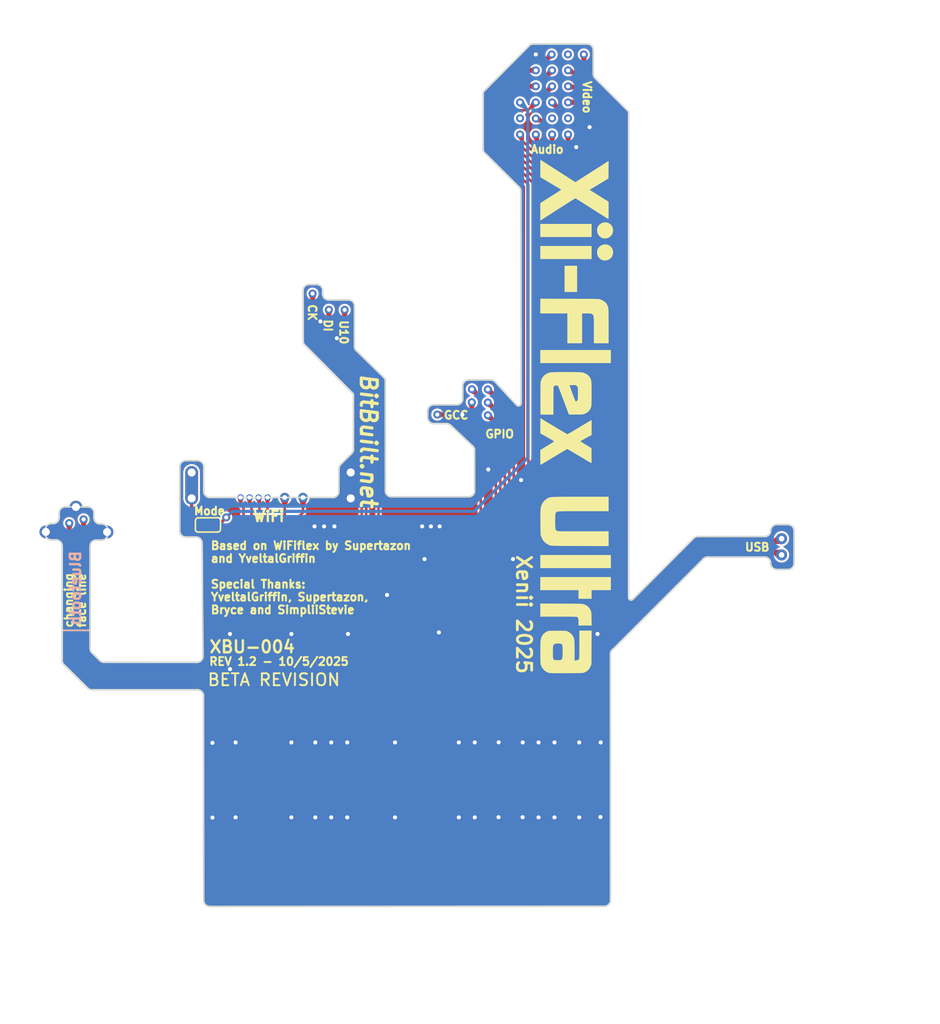
<source format=kicad_pcb>
(kicad_pcb (version 20241229) (generator "pcbnew") (generator_version "9.0")
  (layers (0 "F.Cu" signal) (2 "B.Cu" signal) (13 "F.Paste" user) (15 "B.Paste" user) (5 "F.SilkS" user "F.Silkscreen") (7 "B.SilkS" user "B.Silkscreen") (1 "F.Mask" user) (3 "B.Mask" user) (25 "Edge.Cuts" user))
  (net 0 "")
  (net 1 "Net-(J1-Pin_8)")
  (net 2 "Net-(J1-Pin_7)")
  (net 3 "GND")
  (net 4 "Net-(BT1-Pin_1)")
  (net 5 "Net-(GPIO1-Pin_4)")
  (net 6 "Net-(GCC1-Pin_1)")
  (net 7 "Net-(J1-Pin_12)")
  (net 8 "Net-(J1-Pin_49)")
  (net 9 "Net-(J1-Pin_48)")
  (net 10 "Net-(J1-Pin_15)")
  (net 11 "Net-(J1-Pin_9)")
  (net 12 "Net-(J1-Pin_6)")
  (net 13 "Net-(GPIO1-Pin_1)")
  (net 14 "Net-(J1-Pin_33)")
  (net 15 "Net-(GPIO1-Pin_2)")
  (net 16 "Net-(J1-Pin_13)")
  (net 17 "Net-(GPIO1-Pin_5)")
  (net 18 "Net-(J1-Pin_5)")
  (net 19 "Net-(BT1-Pin_2)")
  (net 20 "Net-(J1-Pin_10)")
  (net 21 "Net-(GPIO1-Pin_3)")
  (net 22 "Net-(J1-Pin_39)")
  (net 23 "Net-(J1-Pin_46)")
  (net 24 "Net-(J1-Pin_38)")
  (net 25 "Net-(J1-Pin_36)")
  (net 26 "Net-(J1-Pin_45)")
  (net 27 "Net-(J1-Pin_41)")
  (net 28 "Net-(J1-Pin_43)")
  (net 29 "Net-(J1-Pin_35)")
  (net 30 "Net-(J1-Pin_30)")
  (net 31 "Net-(J1-Pin_29)")
  (net 32 "Net-(J1-Pin_25)")
  (net 33 "Net-(J1-Pin_27)")
  (net 34 "Net-(J1-Pin_26)")
  (net 35 "Net-(J1-Pin_28)")
  (net 36 "Net-(J1-Pin_31)")
  (net 37 "Net-(JP1-B)")
  (net 38 "+3.3V")
  (footprint "LOGO" (layer "F.Cu") (at 155.184 107.651 -90)
    (property "Reference" "G***" (hide yes))
    (property "Value" "LOGO" (hide yes))
  )
  (footprint "Male-FFC:XF-FFC-50p" (layer "F.Cu") (at 132.3 136.4 180)
    (property "Reference" "J1" (hide yes))
    (property "Value" "Conn_01x50_Pin" (hide yes))
  )
  (footprint "Resistor_SMD:R_0402_1005Metric" (layer "F.Cu") (at 132.075 114.45 180)
    (property "Reference" "JP1" (hide yes))
    (property "Value" "Mode")
  )
  (gr_line (start 122.925 121.072) (end 124.666 121.072) (stroke (width 0.1)) (layer "F.SilkS"))
  (gr_line (start 122.925 121.072) (end 124.666 121.072) (stroke (width 0.1)) (layer "B.SilkS"))
  (gr_arc (start 167.363572 114.815897) (mid 167.476811 114.547851) (end 167.747932 114.442186) (stroke (width 0.1)) (layer "Edge.Cuts"))
  (gr_line (start 125.405 114.396) (end 125.289256 114.395999) (stroke (width 0.1)) (layer "Edge.Cuts"))
  (gr_arc (start 149.326 87.507) (mid 149.355374 87.31829) (end 149.477507 87.171465) (stroke (width 0.1)) (layer "Edge.Cuts"))
  (gr_line (start 147.009211 108.099519) (end 146.22645 108.102296) (stroke (width 0.1)) (layer "Edge.Cuts"))
  (gr_arc (start 138.215082 103.239864) (mid 138.082247 103.089465) (end 138.041566 102.892971) (stroke (width 0.1)) (layer "Edge.Cuts"))
  (gr_line (start 148.619484 109.460107) (end 147.33331 108.246256) (stroke (width 0.1)) (layer "Edge.Cuts"))
  (gr_line (start 143.570731 112.696354) (end 148.410564 112.696) (stroke (width 0.1)) (layer "Edge.Cuts"))
  (gr_arc (start 146.22645 108.100931) (mid 145.962198 107.991472) (end 145.852739 107.72722) (stroke (width 0.1)) (layer "Edge.Cuts"))
  (gr_line (start 123.09822 123.268155) (end 124.530726 124.691801) (stroke (width 0.1)) (layer "Edge.Cuts"))
  (gr_arc (start 147.009211 108.099518) (mid 147.187628 108.136715) (end 147.333289 108.246256) (stroke (width 0.1)) (layer "Edge.Cuts"))
  (gr_line (start 121.869605 114.750711) (end 121.869301 115.022289) (stroke (width 0.1)) (layer "Edge.Cuts"))
  (gr_arc (start 132.183 112.74) (mid 131.913592 112.628408) (end 131.802 112.359) (stroke (width 0.1)) (layer "Edge.Cuts"))
  (gr_line (start 130.678002 115.216) (end 131.326092 115.21564) (stroke (width 0.1)) (layer "Edge.Cuts"))
  (gr_arc (start 167.363572 114.8159) (mid 167.250333 115.083946) (end 166.979212 115.189611) (stroke (width 0.1)) (layer "Edge.Cuts"))
  (gr_arc (start 139.630023 100.351243) (mid 139.362 100.238) (end 139.256312 99.966883) (stroke (width 0.1)) (layer "Edge.Cuts"))
  (gr_line (start 141.197617 109.6985) (end 141.194245 106.358667) (stroke (width 0.1)) (layer "Edge.Cuts"))
  (gr_arc (start 140.282755 110.951) (mid 140.324372 110.76846) (end 140.441 110.622) (stroke (width 0.1)) (layer "Edge.Cuts"))
  (gr_arc (start 148.619484 109.460107) (mid 148.752319 109.610506) (end 148.793 109.807) (stroke (width 0.1)) (layer "Edge.Cuts"))
  (gr_arc (start 125.778711 115.031744) (mid 125.669299 115.296061) (end 125.405 115.405455) (stroke (width 0.1)) (layer "Edge.Cuts"))
  (gr_arc (start 168.823239 116.873954) (mid 168.71 117.142) (end 168.438879 117.247665) (stroke (width 0.1)) (layer "Edge.Cuts"))
  (gr_line (start 166.979212 115.189611) (end 162.895 115.190993) (stroke (width 0.1)) (layer "Edge.Cuts"))
  (gr_arc (start 148.048979 105.74263) (mid 148.162218 105.474584) (end 148.433339 105.368919) (stroke (width 0.1)) (layer "Edge.Cuts"))
  (gr_arc (start 168.440325 114.44152) (mid 168.715833 114.553427) (end 168.8251 114.829994) (stroke (width 0.1)) (layer "Edge.Cuts"))
  (gr_line (start 156.401517 86.499714) (end 158.36294 88.455937) (stroke (width 0.1)) (layer "Edge.Cuts"))
  (gr_line (start 138.041566 102.892971) (end 138.036541 99.758252) (stroke (width 0.1)) (layer "Edge.Cuts"))
  (gr_arc (start 124.542789 113.330851) (mid 124.810812 113.444103) (end 124.9165 113.715211) (stroke (width 0.1)) (layer "Edge.Cuts"))
  (gr_line (start 124.9165 113.715211) (end 124.915545 114.016501) (stroke (width 0.1)) (layer "Edge.Cuts"))
  (gr_line (start 125.778711 114.769711) (end 125.778711 115.031744) (stroke (width 0.1)) (layer "Edge.Cuts"))
  (gr_arc (start 122.737845 114.003289) (mid 122.62839 114.267555) (end 122.364134 114.377) (stroke (width 0.1)) (layer "Edge.Cuts"))
  (gr_line (start 124.845202 122.534155) (end 125.282706 122.96628) (stroke (width 0.1)) (layer "Edge.Cuts"))
  (gr_arc (start 132.175 138.381) (mid 131.912663 138.272337) (end 131.804 138.01) (stroke (width 0.1)) (layer "Edge.Cuts"))
  (gr_line (start 148.79536 112.322289) (end 148.793 109.807) (stroke (width 0.1)) (layer "Edge.Cuts"))
  (gr_line (start 146.225523 106.929069) (end 147.665398 106.927943) (stroke (width 0.1)) (layer "Edge.Cuts"))
  (gr_line (start 145.852186 107.72722) (end 145.851813 107.30278) (stroke (width 0.1)) (layer "Edge.Cuts"))
  (gr_line (start 125.047315 115.407562) (end 125.405 115.409545) (stroke (width 0.1)) (layer "Edge.Cuts"))
  (gr_line (start 158.449224 88.658743) (end 158.446011 119.003113) (stroke (width 0.1)) (layer "Edge.Cuts"))
  (gr_line (start 156.226931 84.687191) (end 156.228 86.153404) (stroke (width 0.1)) (layer "Edge.Cuts"))
  (gr_arc (start 140.877945 100.350647) (mid 141.145996 100.463881) (end 141.251656 100.735007) (stroke (width 0.1)) (layer "Edge.Cuts"))
  (gr_arc (start 141.42441 103.582541) (mid 141.291575 103.432142) (end 141.250894 103.235648) (stroke (width 0.1)) (layer "Edge.Cuts"))
  (gr_arc (start 122.551745 115.399571) (mid 122.816019 115.509008) (end 122.925456 115.773282) (stroke (width 0.1)) (layer "Edge.Cuts"))
  (gr_arc (start 151.706374 106.820594) (mid 151.605 106.987) (end 151.415503 106.941627) (stroke (width 0.1)) (layer "Edge.Cuts"))
  (gr_line (start 122.364134 114.377) (end 122.2433 114.377) (stroke (width 0.1)) (layer "Edge.Cuts"))
  (gr_arc (start 123.098219 123.268155) (mid 122.965384 123.117756) (end 122.924703 122.921262) (stroke (width 0.1)) (layer "Edge.Cuts"))
  (gr_arc (start 143.566 112.69636) (mid 143.297954 112.583121) (end 143.192289 112.312) (stroke (width 0.1)) (layer "Edge.Cuts"))
  (gr_line (start 131.759042 122.702562) (end 131.7 115.600436) (stroke (width 0.1)) (layer "Edge.Cuts"))
  (gr_line (start 124.859679 124.797263) (end 131.418632 124.799027) (stroke (width 0.1)) (layer "Edge.Cuts"))
  (gr_arc (start 130.302504 110.810396) (mid 130.414096 110.540988) (end 130.683504 110.429396) (stroke (width 0.1)) (layer "Edge.Cuts"))
  (gr_line (start 149.477549 87.171465) (end 152.155041 84.470731) (stroke (width 0.1)) (layer "Edge.Cuts"))
  (gr_line (start 168.437996 117.247665) (end 167.746486 117.248331) (stroke (width 0.1)) (layer "Edge.Cuts"))
  (gr_arc (start 167.746486 117.248331) (mid 167.470977 117.136424) (end 167.361711 116.859857) (stroke (width 0.1)) (layer "Edge.Cuts"))
  (gr_arc (start 149.774661 105.367087) (mid 149.953078 105.404284) (end 150.098739 105.513825) (stroke (width 0.1)) (layer "Edge.Cuts"))
  (gr_line (start 139.253692 99.753036) (end 139.256312 99.966883) (stroke (width 0.1)) (layer "Edge.Cuts"))
  (gr_arc (start 122.243011 115.396) (mid 121.97875 115.286546) (end 121.8693 115.022289) (stroke (width 0.1)) (layer "Edge.Cuts"))
  (gr_arc (start 141.108 106.156) (mid 141.178334 106.245757) (end 141.194283 106.358667) (stroke (width 0.1)) (layer "Edge.Cuts"))
  (gr_line (start 150.098739 105.513898) (end 151.415503 106.941677) (stroke (width 0.1)) (layer "Edge.Cuts"))
  (gr_arc (start 131.418632 124.799027) (mid 131.686704 124.91225) (end 131.792343 125.183387) (stroke (width 0.1)) (layer "Edge.Cuts"))
  (gr_line (start 125.611683 123.071738) (end 131.374316 123.076262) (stroke (width 0.1)) (layer "Edge.Cuts"))
  (gr_line (start 122.737841 114.004551) (end 122.7388 113.701989) (stroke (width 0.1)) (layer "Edge.Cuts"))
  (gr_arc (start 131.326289 115.21564) (mid 131.594342 115.328876) (end 131.7 115.6) (stroke (width 0.1)) (layer "Edge.Cuts"))
  (gr_arc (start 156.401516 86.499714) (mid 156.268681 86.349315) (end 156.228 86.152821) (stroke (width 0.1)) (layer "Edge.Cuts"))
  (gr_arc (start 131.420496 110.432604) (mid 131.689904 110.544196) (end 131.801496 110.813604) (stroke (width 0.1)) (layer "Edge.Cuts"))
  (gr_line (start 141.251656 100.736364) (end 141.250894 103.235648) (stroke (width 0.1)) (layer "Edge.Cuts"))
  (gr_line (start 122.551745 115.399572) (end 122.243 115.396) (stroke (width 0.1)) (layer "Edge.Cuts"))
  (gr_arc (start 140.2792 112.361) (mid 140.167608 112.630408) (end 139.8982 112.742) (stroke (width 0.1)) (layer "Edge.Cuts"))
  (gr_arc (start 124.673561 115.781273) (mid 124.783 115.517) (end 125.047272 115.407562) (stroke (width 0.1)) (layer "Edge.Cuts"))
  (gr_arc (start 148.79536 112.322289) (mid 148.682121 112.590335) (end 148.411 112.696) (stroke (width 0.1)) (layer "Edge.Cuts"))
  (gr_arc (start 152.155041 84.470729) (mid 152.310613 84.336107) (end 152.513 84.299179) (stroke (width 0.1)) (layer "Edge.Cuts"))
  (gr_line (start 123.112511 113.328288) (end 124.542789 113.330851) (stroke (width 0.1)) (layer "Edge.Cuts"))
  (gr_line (start 131.802634 110.813604) (end 131.802 112.359) (stroke (width 0.1)) (layer "Edge.Cuts"))
  (gr_line (start 132.175 138.381) (end 156.939 138.371) (stroke (width 0.1)) (layer "Edge.Cuts"))
  (gr_arc (start 131.759042 122.702551) (mid 131.645806 122.970604) (end 131.374682 123.076262) (stroke (width 0.1)) (layer "Edge.Cuts"))
  (gr_line (start 149.326 90.847583) (end 149.326 87.506998) (stroke (width 0.1)) (layer "Edge.Cuts"))
  (gr_line (start 157.31 138) (end 157.302001 122.579014) (stroke (width 0.1)) (layer "Edge.Cuts"))
  (gr_arc (start 122.7388 113.701999) (mid 122.848261 113.437765) (end 123.112511 113.328288) (stroke (width 0.1)) (layer "Edge.Cuts"))
  (gr_arc (start 141.197617 109.69846) (mid 141.156 109.881) (end 141.039372 110.02746) (stroke (width 0.1)) (layer "Edge.Cuts"))
  (gr_line (start 131.804 138.01) (end 131.792343 125.183387) (stroke (width 0.1)) (layer "Edge.Cuts"))
  (gr_line (start 162.44656 115.380132) (end 158.731169 119.117717) (stroke (width 0.1)) (layer "Edge.Cuts"))
  (gr_line (start 122.925456 115.773282) (end 122.924703 122.920824) (stroke (width 0.1)) (layer "Edge.Cuts"))
  (gr_arc (start 163.05556 116.662982) (mid 163.252104 116.502795) (end 163.504 116.473852) (stroke (width 0.1)) (layer "Edge.Cuts"))
  (gr_arc (start 121.869604 114.750711) (mid 121.979055 114.486448) (end 122.243315 114.377) (stroke (width 0.1)) (layer "Edge.Cuts"))
  (gr_line (start 140.44099 110.622) (end 141.039372 110.027495) (stroke (width 0.1)) (layer "Edge.Cuts"))
  (gr_arc (start 148.049758 106.554232) (mid 147.936519 106.822278) (end 147.665398 106.927943) (stroke (width 0.1)) (layer "Edge.Cuts"))
  (gr_arc (start 157.31 138) (mid 157.201337 138.262337) (end 156.939 138.371) (stroke (width 0.1)) (layer "Edge.Cuts"))
  (gr_arc (start 130.678002 115.216) (mid 130.409954 115.102762) (end 130.304291 114.83164) (stroke (width 0.1)) (layer "Edge.Cuts"))
  (gr_line (start 130.306921 110.810396) (end 130.304307 114.829449) (stroke (width 0.1)) (layer "Edge.Cuts"))
  (gr_arc (start 166.988 116.472999) (mid 167.256046 116.586238) (end 167.361711 116.857359) (stroke (width 0.1)) (layer "Edge.Cuts"))
  (gr_line (start 151.706374 106.820594) (end 151.694 93.549417) (stroke (width 0.1)) (layer "Edge.Cuts"))
  (gr_line (start 163.05556 116.662984) (end 157.508265 122.21544) (stroke (width 0.1)) (layer "Edge.Cuts"))
  (gr_arc (start 151.520484 93.203107) (mid 151.653319 93.353506) (end 151.694 93.55) (stroke (width 0.1)) (layer "Edge.Cuts"))
  (gr_line (start 148.433339 105.368913) (end 149.774661 105.367087) (stroke (width 0.1)) (layer "Edge.Cuts"))
  (gr_line (start 139.6301 100.351243) (end 140.877945 100.350647) (stroke (width 0.1)) (layer "Edge.Cuts"))
  (gr_line (start 152.513 84.299179) (end 155.853289 84.29964) (stroke (width 0.1)) (layer "Edge.Cuts"))
  (gr_line (start 140.282755 110.951) (end 140.2792 112.361) (stroke (width 0.1)) (layer "Edge.Cuts"))
  (gr_arc (start 157.302 122.579) (mid 157.353993 122.368223) (end 157.508225 122.21544) (stroke (width 0.1)) (layer "Edge.Cuts"))
  (gr_line (start 132.183 112.74) (end 139.8982 112.742) (stroke (width 0.1)) (layer "Edge.Cuts"))
  (gr_arc (start 124.859685 124.797263) (mid 124.682824 124.783155) (end 124.530726 124.691805) (stroke (width 0.1)) (layer "Edge.Cuts"))
  (gr_line (start 141.424411 103.582541) (end 143.097953 105.219243) (stroke (width 0.1)) (layer "Edge.Cuts"))
  (gr_line (start 148.049758 106.554194) (end 148.050263 105.74263) (stroke (width 0.1)) (layer "Edge.Cuts"))
  (gr_arc (start 124.8452 122.534155) (mid 124.712365 122.383756) (end 124.671684 122.187262) (stroke (width 0.1)) (layer "Edge.Cuts"))
  (gr_arc (start 138.036541 99.758252) (mid 138.146 99.494) (end 138.410252 99.384541) (stroke (width 0.1)) (layer "Edge.Cuts"))
  (gr_arc (start 125.611684 123.071738) (mid 125.434823 123.05763) (end 125.282725 122.96628) (stroke (width 0.1)) (layer "Edge.Cuts"))
  (gr_line (start 151.520482 93.203107) (end 149.499518 91.193893) (stroke (width 0.1)) (layer "Edge.Cuts"))
  (gr_line (start 131.420496 110.432604) (end 130.683504 110.429396) (stroke (width 0.1)) (layer "Edge.Cuts"))
  (gr_line (start 138.410252 99.386893) (end 138.879981 99.383808) (stroke (width 0.1)) (layer "Edge.Cuts"))
  (gr_arc (start 138.879981 99.381696) (mid 139.144262 99.491126) (end 139.253692 99.755407) (stroke (width 0.1)) (layer "Edge.Cuts"))
  (gr_arc (start 145.851812 107.30278) (mid 145.961242 107.038499) (end 146.225523 106.929069) (stroke (width 0.1)) (layer "Edge.Cuts"))
  (gr_line (start 168.8251 114.831843) (end 168.823239 116.873987) (stroke (width 0.1)) (layer "Edge.Cuts"))
  (gr_arc (start 162.44656 115.38013) (mid 162.643104 115.219943) (end 162.895 115.191) (stroke (width 0.1)) (layer "Edge.Cuts"))
  (gr_arc (start 125.405 114.396) (mid 125.669236 114.505464) (end 125.778711 114.769711) (stroke (width 0.1)) (layer "Edge.Cuts"))
  (gr_line (start 167.74841 114.442186) (end 168.440325 114.441521) (stroke (width 0.1)) (layer "Edge.Cuts"))
  (gr_arc (start 158.729225 119.117717) (mid 158.547206 119.164278) (end 158.446 119.006) (stroke (width 0.1)) (layer "Edge.Cuts"))
  (gr_arc (start 155.853289 84.29964) (mid 156.121342 84.412876) (end 156.227 84.684) (stroke (width 0.1)) (layer "Edge.Cuts"))
  (gr_line (start 143.184266 105.42191) (end 143.192289 112.312) (stroke (width 0.1)) (layer "Edge.Cuts"))
  (gr_arc (start 158.362941 88.455937) (mid 158.433277 88.545695) (end 158.449224 88.658604) (stroke (width 0.1)) (layer "Edge.Cuts"))
  (gr_arc (start 143.097955 105.219243) (mid 143.168289 105.309) (end 143.184238 105.42191) (stroke (width 0.1)) (layer "Edge.Cuts"))
  (gr_arc (start 125.289256 114.396) (mid 125.025529 114.28712) (end 124.915545 114.023869) (stroke (width 0.1)) (layer "Edge.Cuts"))
  (gr_arc (start 149.499516 91.193893) (mid 149.366681 91.043494) (end 149.326 90.847) (stroke (width 0.1)) (layer "Edge.Cuts"))
  (gr_line (start 166.988 116.473) (end 163.504 116.473866) (stroke (width 0.1)) (layer "Edge.Cuts"))
  (gr_line (start 141.108 106.156) (end 138.215083 103.239864) (stroke (width 0.1)) (layer "Edge.Cuts"))
  (gr_line (start 124.673561 115.781273) (end 124.671684 122.186966) (stroke (width 0.1)) (layer "Edge.Cuts"))
  (gr_text "WiFi" (at 134.826 114.305 0) (layer "F.SilkS") (effects (font (size 0.65 0.65) (thickness 0.15) (bold yes)) (justify left bottom)))
  (gr_text "GPIO" (at 149.4 109.05 0) (layer "F.SilkS") (effects (font (size 0.5 0.5) (thickness 0.125) (bold yes)) (justify left bottom)))
  (gr_text "DI" (at 139.3 101.506 -90) (layer "F.SilkS") (effects (font (size 0.5 0.5) (thickness 0.125) (bold yes)) (justify left bottom)))
  (gr_text "Xenii 2025" (at 151.35 116.25 -90) (layer "F.SilkS") (effects (font (size 0.9 0.9) (thickness 0.175) (bold yes)) (justify left bottom)))
  (gr_text "Video" (at 155.55 86.55 -90) (layer "F.SilkS") (effects (font (size 0.5 0.5) (thickness 0.125) (bold yes)) (justify left bottom)))
  (gr_text "GCC" (at 146.799 107.869 0) (layer "F.SilkS") (effects (font (size 0.5 0.5) (thickness 0.125) (bold yes)) (justify left bottom)))
  (gr_text "REV 1.2 - 10/5/2025" (at 132.085 123.314 0) (layer "F.SilkS") (effects (font (size 0.5 0.5) (thickness 0.12) (bold yes)) (justify left bottom)))
  (gr_text "changing \nface line" (at 124.44 120.954 90) (layer "F.SilkS") (effects (font (size 0.5 0.5) (thickness 0.125) (bold yes)) (justify left bottom)))
  (gr_text "CK" (at 138.313 100.554 -90) (layer "F.SilkS") (effects (font (size 0.5 0.5) (thickness 0.125) (bold yes)) (justify left bottom)))
  (gr_text "XBU-004" (at 132.085 122.545 0) (layer "F.SilkS") (effects (font (size 0.75 0.75) (thickness 0.15) (bold yes)) (justify left bottom)))
  (gr_text "Based on WiFiflex by Supertazon\nand YveltalGriffin\n\nSpecial Thanks:\nYveltalGriffin, Supertazon,\nBryce and SimpliiStevie" (at 132.185 120.075 0) (layer "F.SilkS") (effects (font (size 0.5 0.5) (thickness 0.125) (bold yes)) (justify left bottom)))
  (gr_text "U10" (at 140.29 101.556 -90) (layer "F.SilkS") (effects (font (size 0.5 0.5) (thickness 0.125) (bold yes)) (justify left bottom)))
  (gr_text "USB" (at 165.683 116.146 0) (layer "F.SilkS") (effects (font (size 0.5 0.5) (thickness 0.125) (bold yes)) (justify left bottom)))
  (gr_text "Audio" (at 152.25 91.2 0) (layer "F.SilkS") (effects (font (size 0.5 0.5) (thickness 0.125) (bold yes)) (justify left bottom)))
  (gr_text "BitBuilt.net" (at 141.553 104.884 270) (layer "F.SilkS") (effects (font (size 1 1) (thickness 0.2) (bold yes) (italic yes)) (justify left bottom)))
  (gr_text "Mode" (at 131.125 113.875 0) (layer "F.SilkS") (effects (font (size 0.5 0.5) (thickness 0.125) (bold yes)) (justify left bottom)))
  (gr_text "BETA REVISION" (at 131.98 124.61 0) (layer "F.SilkS") (effects (font (size 0.75 0.75) (thickness 0.12)) (justify left bottom)))
  (gr_text "Bluetooth" (at 124.142 116.015 90) (layer "B.SilkS") (effects (font (size 0.65 0.65) (thickness 0.15) (bold yes)) (justify left bottom mirror)))
  (segment (start 153.651 88.958) (end 153.651 89.076) (width 0.1524) (layer "F.Cu") (net 0))
  (via (at 154.651 88.958) (size 0.508) (drill 0.254253) (layers "F.Cu" "B.Cu") (net 0))
  (via (at 154.64329 84.94871) (size 0.508) (drill 0.254253) (layers "F.Cu" "B.Cu") (net 0))
  (via (at 151.641 88.958) (size 0.508) (drill 0.254253) (layers "F.Cu" "B.Cu") (net 0))
  (via (at 153.651 88.958) (size 0.508) (drill 0.254253) (layers "F.Cu" "B.Cu") (net 0))
  (segment (start 135.8 136.4) (end 135.8 112.744) (width 0.1524) (layer "F.Cu") (net 1))
  (segment (start 135.8 112.744) (end 135.806 112.738) (width 0.1524) (layer "F.Cu") (net 1))
  (via (at 135.806 112.738) (size 0.4) (drill 0.254253) (layers "F.Cu" "B.Cu") (net 1))
  (segment (start 135.3 112.8) (end 135.238 112.738) (width 0.1524) (layer "F.Cu") (net 2))
  (segment (start 135.3 136.4) (end 135.3 112.8) (width 0.1524) (layer "F.Cu") (net 2))
  (via (at 135.238 112.738) (size 0.4) (drill 0.254253) (layers "F.Cu" "B.Cu") (net 2))
  (segment (start 154.460207 86.4918) (end 154.1918 86.760207) (width 0.1524) (layer "F.Cu") (net 3))
  (segment (start 154.6852 92.07697) (end 154.6852 117.501886) (width 0.1524) (layer "F.Cu") (net 3))
  (segment (start 157.4892 118.665708) (end 157.4892 88.955655) (width 0.1524) (layer "F.Cu") (net 3))
  (segment (start 155.162 90.763) (end 155.5264 91.1274) (width 0.1524) (layer "F.Cu") (net 3))
  (segment (start 151.796 136.396) (end 151.796 122.770362) (width 0.1524) (layer "F.Cu") (net 3))
  (segment (start 155.5264 91.1274) (end 155.5264 117.850324) (width 0.1524) (layer "F.Cu") (net 3))
  (segment (start 152.796 136.396) (end 152.8 136.4) (width 0.1524) (layer "F.Cu") (net 3))
  (segment (start 154.1236 117.257854) (end 154.1236 92.308462) (width 0.1524) (layer "F.Cu") (net 3))
  (segment (start 147.796 136.396) (end 147.796 123.585454) (width 0.1524) (layer "F.Cu") (net 3))
  (segment (start 153.8 136.4) (end 153.796 136.396) (width 0.1524) (layer "F.Cu") (net 3))
  (segment (start 151.8 136.4) (end 151.796 136.396) (width 0.1524) (layer "F.Cu") (net 3))
  (segment (start 156.3676 89.8746) (end 156.003 89.51) (width 0.1524) (layer "F.Cu") (net 3))
  (segment (start 154.1918 86.760207) (end 154.1918 87.139793) (width 0.1524) (layer "F.Cu") (net 3))
  (segment (start 153.0882 89.780168) (end 153.0882 90.47997) (width 0.1524) (layer "F.Cu") (net 3))
  (segment (start 155.5264 117.850324) (end 150.296 123.080724) (width 0.1524) (layer "F.Cu") (net 3))
  (segment (start 154.1236 92.308462) (end 152.1718 90.356662) (width 0.1524) (layer "F.Cu") (net 3))
  (segment (start 154.777 87.408) (end 155.148454 87.408) (width 0.1524) (layer "F.Cu") (net 3))
  (segment (start 152.1718 90.356662) (end 152.1718 89.780168) (width 0.1524) (layer "F.Cu") (net 3))
  (segment (start 154.6852 117.501886) (end 148.796 123.391086) (width 0.1524) (layer "F.Cu") (net 3))
  (segment (start 152.796 122.563454) (end 152.796 136.396) (width 0.1524) (layer "F.Cu") (net 3))
  (segment (start 154.460207 87.4082) (end 154.7768 87.4082) (width 0.1524) (layer "F.Cu") (net 3))
  (segment (start 148.796 136.396) (end 148.8 136.4) (width 0.1524) (layer "F.Cu") (net 3))
  (segment (start 152.1718 89.780168) (end 152.440207 89.511761) (width 0.1524) (layer "F.Cu") (net 3))
  (segment (start 147.796 123.585454) (end 154.1236 117.257854) (width 0.1524) (layer "F.Cu") (net 3))
  (segment (start 157.4892 88.955655) (end 155.025345 86.4918) (width 0.1524) (layer "F.Cu") (net 3))
  (segment (start 148.796 123.391086) (end 148.796 136.396) (width 0.1524) (layer "F.Cu") (net 3))
  (segment (start 156.9284 118.431054) (end 152.796 122.563454) (width 0.1524) (layer "F.Cu") (net 3))
  (segment (start 153.796 136.396) (end 153.796 122.358908) (width 0.1524) (layer "F.Cu") (net 3))
  (segment (start 151.796 122.770362) (end 156.3676 118.198762) (width 0.1524) (layer "F.Cu") (net 3))
  (segment (start 150.296 123.080724) (end 150.296 136.396) (width 0.1524) (layer "F.Cu") (net 3))
  (segment (start 152.440207 89.511761) (end 152.819793 89.511761) (width 0.1524) (layer "F.Cu") (net 3))
  (segment (start 141.02 111.1676) (end 141.02 112.7932) (width 0.8) (layer "F.Cu") (net 3))
  (segment (start 154.1918 87.139793) (end 154.460207 87.4082) (width 0.1524) (layer "F.Cu") (net 3))
  (segment (start 155.025345 86.4918) (end 154.460207 86.4918) (width 0.1524) (layer "F.Cu") (net 3))
  (segment (start 150.296 136.396) (end 150.3 136.4) (width 0.1524) (layer "F.Cu") (net 3))
  (segment (start 147.8 136.4) (end 147.796 136.396) (width 0.1524) (layer "F.Cu") (net 3))
  (segment (start 152.819793 89.511761) (end 153.0882 89.780168) (width 0.1524) (layer "F.Cu") (net 3))
  (segment (start 156.3676 118.198762) (end 156.3676 89.8746) (width 0.1524) (layer "F.Cu") (net 3))
  (segment (start 156.9284 89.187946) (end 156.9284 118.431054) (width 0.1524) (layer "F.Cu") (net 3))
  (segment (start 155.148454 87.408) (end 156.9284 89.187946) (width 0.1524) (layer "F.Cu") (net 3))
  (segment (start 153.0882 90.47997) (end 154.6852 92.07697) (width 0.1524) (layer "F.Cu") (net 3))
  (segment (start 153.796 122.358908) (end 157.4892 118.665708) (width 0.1524) (layer "F.Cu") (net 3))
  (via (at 152.63 84.949961) (size 0.508) (drill 0.254253) (layers "F.Cu" "B.Cu") (net 3))
  (via (at 147.8 128.1) (size 0.508) (drill 0.254253) (layers "F.Cu" "B.Cu") (net 3))
  (via (at 121.897962 114.893932) (size 0.8) (drill 0.5) (layers "F.Cu" "B.Cu") (net 3))
  (via (at 143.8 128.1) (size 0.508) (drill 0.254253) (layers "F.Cu" "B.Cu") (net 3))
  (via (at 147.8 132.8) (size 0.508) (drill 0.254253) (layers "F.Cu" "B.Cu") (net 3))
  (via (at 133.45 123.5) (size 0.508) (drill 0.254253) (layers "F.Cu" "B.Cu") (net 3))
  (via (at 156.7 128.1) (size 0.508) (drill 0.254253) (layers "F.Cu" "B.Cu") (net 3))
  (via (at 153.8 128.1) (size 0.508) (drill 0.254253) (layers "F.Cu" "B.Cu") (net 3))
  (via (at 140.8 132.8) (size 0.508) (drill 0.254253) (layers "F.Cu" "B.Cu") (net 3))
  (via (at 137.3 132.8) (size 0.508) (drill 0.254253) (layers "F.Cu" "B.Cu") (net 3))
  (via (at 156.683 132.777) (size 0.508) (drill 0.254253) (layers "F.Cu" "B.Cu") (net 3))
  (via (at 146.55 121.2) (size 0.508) (drill 0.254253) (layers "F.Cu" "B.Cu") (net 3))
  (via (at 149.646 110.979) (size 0.508) (drill 0.254253) (layers "F.Cu" "B.Cu") (net 3))
  (via (at 150.29 132.79) (size 0.508) (drill 0.254253) (layers "F.Cu" "B.Cu") (net 3))
  (via (at 133.8 132.8) (size 0.508) (drill 0.254253) (layers "F.Cu" "B.Cu") (net 3))
  (via (at 123.787015 113.336012) (size 0.8) (drill 0.5) (layers "F.Cu" "B.Cu") (net 3))
  (via (at 146.05 114.55) (size 0.508) (drill 0.254253) (layers "F.Cu" "B.Cu") (net 3))
  (via (at 146.6 114.55) (size 0.508) (drill 0.254253) (layers "F.Cu" "B.Cu") (net 3))
  (via (at 148.8 132.8) (size 0.508) (drill 0.254253) (layers "F.Cu" "B.Cu") (net 3))
  (via (at 133.8 128.1) (size 0.508) (drill 0.254253) (layers "F.Cu" "B.Cu") (net 3))
  (via (at 153.8 132.8) (size 0.508) (drill 0.254253) (layers "F.Cu" "B.Cu") (net 3))
  (via (at 156.003 89.51) (size 0.508) (drill 0.254253) (layers "F.Cu" "B.Cu") (net 3))
  (via (at 152.8 128.1) (size 0.508) (drill 0.254253) (layers "F.Cu" "B.Cu") (net 3))
  (via (at 125.742 114.905) (size 0.8) (drill 0.5) (layers "F.Cu" "B.Cu") (net 3))
  (via (at 155.162 90.763) (size 0.508) (drill 0.254253) (layers "F.Cu" "B.Cu") (net 3))
  (via (at 137.3 128.1) (size 0.508) (drill 0.254253) (layers "F.Cu" "B.Cu") (net 3))
  (via (at 141.0208 111.1672) (size 0.8) (drill 0.508) (layers "F.Cu" "B.Cu") (net 3))
  (via (at 150.3 128.09) (size 0.508) (drill 0.254253) (layers "F.Cu" "B.Cu") (net 3))
  (via (at 138.75 114.55) (size 0.508) (drill 0.254253) (layers "F.Cu" "B.Cu") (net 3))
  (via (at 148.8 128.1) (size 0.508) (drill 0.254253) (layers "F.Cu" "B.Cu") (net 3))
  (via (at 141.0208 112.7928) (size 0.8) (drill 0.508) (layers "F.Cu" "B.Cu") (net 3))
  (via (at 139.8 128.1) (size 0.508) (drill 0.254253) (layers "F.Cu" "B.Cu") (net 3))
  (via (at 140 114.55) (size 0.508) (drill 0.254253) (layers "F.Cu" "B.Cu") (net 3))
  (via (at 151.2 116.6) (size 0.508) (drill 0.254253) (layers "F.Cu" "B.Cu") (net 3))
  (via (at 139.35 114.55) (size 0.508) (drill 0.254253) (layers "F.Cu" "B.Cu") (net 3))
  (via (at 155.35 132.8) (size 0.508) (drill 0.254253) (layers "F.Cu" "B.Cu") (net 3))
  (via (at 145.5 114.55) (size 0.508) (drill 0.254253) (layers "F.Cu" "B.Cu") (net 3))
  (via (at 139.119 101.696) (size 0.508) (drill 0.254253) (layers "F.Cu" "B.Cu") (net 3))
  (via (at 145.65 116.6) (size 0.508) (drill 0.254253) (layers "F.Cu" "B.Cu") (net 3))
  (via (at 137.3 121.3) (size 0.508) (drill 0.254253) (layers "F.Cu" "B.Cu") (net 3))
  (via (at 138.8 128.1) (size 0.508) (drill 0.254253) (layers "F.Cu" "B.Cu") (net 3))
  (via (at 143.8 132.8) (size 0.508) (drill 0.254253) (layers "F.Cu" "B.Cu") (net 3))
  (via (at 148.023 107.544) (size 0.508) (drill 0.254253) (layers "F.Cu" "B.Cu") (net 3))
  (via (at 140.8 128.1) (size 0.508) (drill 0.254253) (layers "F.Cu" "B.Cu") (net 3))
  (via (at 133.45 121.3) (size 0.508) (drill 0.254253) (layers "F.Cu" "B.Cu") (net 3))
  (via (at 155.35 128.1) (size 0.508) (drill 0.254253) (layers "F.Cu" "B.Cu") (net 3))
  (via (at 140.15 102.75) (size 0.508) (drill 0.254253) (layers "F.Cu" "B.Cu") (net 3))
  (via (at 143.3 118.85) (size 0.508) (drill 0.254253) (layers "F.Cu" "B.Cu") (net 3))
  (via (at 151.81 128.1) (size 0.508) (drill 0.254253) (layers "F.Cu" "B.Cu") (net 3))
  (via (at 156.5 121.3) (size 0.508) (drill 0.254253) (layers "F.Cu" "B.Cu") (net 3))
  (via (at 140.85 121.3) (size 0.508) (drill 0.254253) (layers "F.Cu" "B.Cu") (net 3))
  (via (at 151.8 132.79) (size 0.508) (drill 0.254253) (layers "F.Cu" "B.Cu") (net 3))
  (via (at 151.7036 111.646) (size 0.508) (drill 0.254253) (layers "F.Cu" "B.Cu") (net 3))
  (via (at 139.8 132.8) (size 0.508) (drill 0.254253) (layers "F.Cu" "B.Cu") (net 3))
  (via (at 138.8 132.8) (size 0.508) (drill 0.254253) (layers "F.Cu" "B.Cu") (net 3))
  (via (at 132.349 128.126) (size 0.508) (drill 0.254253) (layers "F.Cu" "B.Cu") (net 3))
  (via (at 152.8 132.8) (size 0.508) (drill 0.254253) (layers "F.Cu" "B.Cu") (net 3))
  (via (at 132.351 132.814) (size 0.508) (drill 0.254253) (layers "F.Cu" "B.Cu") (net 3))
  (segment (start 141.02 111.1676) (end 141.02 112.7932) (width 0.8) (layer "B.Cu") (net 3))
  (segment (start 132.8 133.7) (end 132.8 136.4) (width 0.1524) (layer "F.Cu") (net 4))
  (segment (start 123.656 122.710291) (end 123.656 115.277997) (width 0.1524) (layer "F.Cu") (net 4))
  (segment (start 132.039854 124.0624) (end 125.008108 124.0624) (width 0.1524) (layer "F.Cu") (net 4))
  (segment (start 132.8 133.7) (end 132.914 133.586) (width 0.1524) (layer "F.Cu") (net 4))
  (segment (start 132.914 133.586) (end 132.914 124.936546) (width 0.1524) (layer "F.Cu") (net 4))
  (segment (start 123.656 115.277997) (end 123.367015 114.989012) (width 0.1524) (layer "F.Cu") (net 4))
  (segment (start 132.914 124.936546) (end 132.039854 124.0624) (width 0.1524) (layer "F.Cu") (net 4))
  (segment (start 123.367015 114.989012) (end 123.367015 114.345012) (width 0.1524) (layer "F.Cu") (net 4))
  (segment (start 125.008108 124.0624) (end 123.656 122.710291) (width 0.1524) (layer "F.Cu") (net 4))
  (via (at 123.367015 114.345012) (size 0.508) (drill 0.254253) (layers "F.Cu" "B.Cu") (net 4))
  (segment (start 142.8 136.4) (end 142.796 136.396) (width 0.1524) (layer "F.Cu") (net 5))
  (segment (start 142.796 136.396) (end 142.796 123.683454) (width 0.1524) (layer "F.Cu") (net 5))
  (segment (start 142.796 123.683454) (end 150.9636 115.515852) (width 0.1524) (layer "F.Cu") (net 5))
  (segment (start 150.9636 108.1236) (end 149.62 106.78) (width 0.1524) (layer "F.Cu") (net 5))
  (segment (start 150.9636 115.515852) (end 150.9636 108.1236) (width 0.1524) (layer "F.Cu") (net 5))
  (via (at 149.62 106.78) (size 0.508) (drill 0.254253) (layers "F.Cu" "B.Cu") (net 5))
  (segment (start 140.3 123.803) (end 149.172707 114.930293) (width 0.1524) (layer "F.Cu") (net 6))
  (segment (start 148.565471 108.890471) (end 147.2122 107.5372) (width 0.1524) (layer "F.Cu") (net 6))
  (segment (start 149.172707 109.441436) (end 149.003013 109.271742) (width 0.1524) (layer "F.Cu") (net 6))
  (segment (start 149.172707 114.930293) (end 149.172707 109.441436) (width 0.1524) (layer "F.Cu") (net 6))
  (segment (start 147.2122 107.5372) (end 146.4502 107.5372) (width 0.1524) (layer "F.Cu") (net 6))
  (segment (start 148.829411 109.13957) (end 148.565471 108.890471) (width 0.1524) (layer "F.Cu") (net 6))
  (segment (start 149.003013 109.271742) (end 148.829411 109.13957) (width 0.1524) (layer "F.Cu") (net 6))
  (segment (start 140.3 136.4) (end 140.3 123.803) (width 0.1524) (layer "F.Cu") (net 6))
  (via (at 146.4502 107.5372) (size 0.508) (drill 0.254253) (layers "F.Cu" "B.Cu") (net 6))
  (segment (start 141.7086 116.9324) (end 141.7086 105.9616) (width 0.1524) (layer "F.Cu") (net 7))
  (segment (start 137.796 120.845) (end 141.7086 116.9324) (width 0.1524) (layer "F.Cu") (net 7))
  (segment (start 137.8 136.4) (end 137.796 136.396) (width 0.1524) (layer "F.Cu") (net 7))
  (segment (start 141.7086 105.9616) (end 138.63 102.883) (width 0.1524) (layer "F.Cu") (net 7))
  (segment (start 137.796 136.396) (end 137.796 120.845) (width 0.1524) (layer "F.Cu") (net 7))
  (segment (start 138.63 102.883) (end 138.63 99.95) (width 0.1524) (layer "F.Cu") (net 7))
  (via (at 138.63 99.95) (size 0.508) (drill 0.254253) (layers "F.Cu" "B.Cu") (net 7))
  (segment (start 156.3 135.952) (end 156.3 133.7) (width 0.1524) (layer "F.Cu") (net 8))
  (segment (start 163.010546 115.975) (end 167.332 115.975) (width 0.1524) (layer "F.Cu") (net 8))
  (segment (start 156.296 136.396) (end 156.296 135.956) (width 0.1524) (layer "F.Cu") (net 8))
  (segment (start 156.1884 122.797146) (end 163.010546 115.975) (width 0.1524) (layer "F.Cu") (net 8))
  (segment (start 156.3 136.4) (end 156.296 136.396) (width 0.1524) (layer "F.Cu") (net 8))
  (segment (start 167.801301 116.098) (end 168.043301 116.34) (width 0.1524) (layer "F.Cu") (net 8))
  (segment (start 167.332 115.975) (end 167.455 116.098) (width 0.1524) (layer "F.Cu") (net 8))
  (segment (start 167.455 116.098) (end 167.801301 116.098) (width 0.1524) (layer "F.Cu") (net 8))
  (segment (start 156.296 135.956) (end 156.3 135.952) (width 0.1524) (layer "F.Cu") (net 8))
  (segment (start 156.3 133.7) (end 156.1884 133.5884) (width 0.1524) (layer "F.Cu") (net 8))
  (segment (start 156.1884 133.5884) (end 156.1884 122.797146) (width 0.1524) (layer "F.Cu") (net 8))
  (via (at 168.043301 116.34) (size 0.7) (drill 0.35) (layers "F.Cu" "B.Cu") (net 8))
  (segment (start 155.908 122.681) (end 162.894401 115.6946) (width 0.1524) (layer "F.Cu") (net 9))
  (segment (start 167.476 115.56) (end 167.803301 115.56) (width 0.1524) (layer "F.Cu") (net 9))
  (segment (start 162.894401 115.6946) (end 167.3414 115.6946) (width 0.1524) (layer "F.Cu") (net 9))
  (segment (start 167.803301 115.56) (end 168.043301 115.32) (width 0.1524) (layer "F.Cu") (net 9))
  (segment (start 167.3414 115.6946) (end 167.476 115.56) (width 0.1524) (layer "F.Cu") (net 9))
  (segment (start 155.8 133.7) (end 155.908 133.592) (width 0.1524) (layer "F.Cu") (net 9))
  (segment (start 155.908 133.592) (end 155.908 122.681) (width 0.1524) (layer "F.Cu") (net 9))
  (segment (start 155.8 136.4) (end 155.8 133.7) (width 0.1524) (layer "F.Cu") (net 9))
  (via (at 168.043301 115.32) (size 0.7) (drill 0.35) (layers "F.Cu" "B.Cu") (net 9))
  (segment (start 140.64 103.435) (end 142.766 105.561) (width 0.1524) (layer "F.Cu") (net 10))
  (segment (start 139.296 136.396) (end 139.3 136.4) (width 0.1524) (layer "F.Cu") (net 10))
  (segment (start 139.296 120.745) (end 139.296 136.396) (width 0.1524) (layer "F.Cu") (net 10))
  (segment (start 140.64 100.97) (end 140.64 103.435) (width 0.1524) (layer "F.Cu") (net 10))
  (segment (start 142.766 117.275) (end 139.296 120.745) (width 0.1524) (layer "F.Cu") (net 10))
  (segment (start 142.766 105.561) (end 142.766 117.275) (width 0.1524) (layer "F.Cu") (net 10))
  (via (at 140.64 100.97) (size 0.508) (drill 0.254253) (layers "F.Cu" "B.Cu") (net 10))
  (segment (start 136.8822 112.742) (end 136.8822 113.8158) (width 0.1524) (layer "F.Cu") (net 11))
  (segment (start 136.296 136.396) (end 136.3 136.4) (width 0.1524) (layer "F.Cu") (net 11))
  (segment (start 136.8822 113.8158) (end 136.296 114.402) (width 0.1524) (layer "F.Cu") (net 11))
  (segment (start 136.296 114.402) (end 136.296 136.396) (width 0.1524) (layer "F.Cu") (net 11))
  (via (at 136.8822 112.742) (size 0.6) (drill 0.3) (layers "F.Cu" "B.Cu") (net 11))
  (segment (start 134.796 113.267) (end 134.676 113.147) (width 0.1524) (layer "F.Cu") (net 12))
  (segment (start 134.796 136.396) (end 134.796 113.267) (width 0.1524) (layer "F.Cu") (net 12))
  (segment (start 134.676 113.147) (end 134.676 112.738) (width 0.1524) (layer "F.Cu") (net 12))
  (segment (start 134.8 136.4) (end 134.796 136.396) (width 0.1524) (layer "F.Cu") (net 12))
  (via (at 134.676 112.738) (size 0.4) (drill 0.254253) (layers "F.Cu" "B.Cu") (net 12))
  (segment (start 150.1224 115.167416) (end 141.3 123.989816) (width 0.1524) (layer "F.Cu") (net 13))
  (segment (start 150.1224 109.126939) (end 150.1224 115.167416) (width 0.1524) (layer "F.Cu") (net 13))
  (segment (start 141.3 123.989816) (end 141.3 136.4) (width 0.1524) (layer "F.Cu") (net 13))
  (segment (start 148.613 107.617539) (end 150.1224 109.126939) (width 0.1524) (layer "F.Cu") (net 13))
  (segment (start 148.613 106.764) (end 148.613 107.617539) (width 0.1524) (layer "F.Cu") (net 13))
  (via (at 148.613 106.764) (size 0.508) (drill 0.254253) (layers "F.Cu" "B.Cu") (net 13))
  (segment (start 152.716 90.504316) (end 152.716 90.251) (width 0.1524) (layer "F.Cu") (net 14))
  (segment (start 152.63 90.165) (end 152.63 89.969961) (width 0.1524) (layer "F.Cu") (net 14))
  (segment (start 148.3 136.4) (end 148.296 136.396) (width 0.1524) (layer "F.Cu") (net 14))
  (segment (start 152.716 90.251) (end 152.63 90.165) (width 0.1524) (layer "F.Cu") (net 14))
  (segment (start 154.404 117.374) (end 154.404 92.192316) (width 0.1524) (layer "F.Cu") (net 14))
  (segment (start 148.296 123.482) (end 154.404 117.374) (width 0.1524) (layer "F.Cu") (net 14))
  (segment (start 148.296 136.396) (end 148.296 123.482) (width 0.1524) (layer "F.Cu") (net 14))
  (segment (start 154.404 92.192316) (end 152.716 90.504316) (width 0.1524) (layer "F.Cu") (net 14))
  (via (at 152.63 89.969961) (size 0.508) (drill 0.254253) (layers "F.Cu" "B.Cu") (net 14))
  (segment (start 150.4028 109.010793) (end 149.13 107.737993) (width 0.1524) (layer "F.Cu") (net 15))
  (segment (start 141.796 136.396) (end 141.796 123.890362) (width 0.1524) (layer "F.Cu") (net 15))
  (segment (start 149.13 107.737993) (end 149.13 106.458) (width 0.1524) (layer "F.Cu") (net 15))
  (segment (start 141.796 123.890362) (end 150.4028 115.283561) (width 0.1524) (layer "F.Cu") (net 15))
  (segment (start 149.13 106.458) (end 148.623 105.951) (width 0.1524) (layer "F.Cu") (net 15))
  (segment (start 150.4028 115.283561) (end 150.4028 109.010793) (width 0.1524) (layer "F.Cu") (net 15))
  (segment (start 141.8 136.4) (end 141.796 136.396) (width 0.1524) (layer "F.Cu") (net 15))
  (via (at 148.623 105.951) (size 0.508) (drill 0.254253) (layers "F.Cu" "B.Cu") (net 15))
  (segment (start 138.296 136.396) (end 138.296 120.741546) (width 0.1524) (layer "F.Cu") (net 16))
  (segment (start 138.296 120.741546) (end 141.989 117.048546) (width 0.1524) (layer "F.Cu") (net 16))
  (segment (start 141.989 105.845454) (end 139.65 103.506454) (width 0.1524) (layer "F.Cu") (net 16))
  (segment (start 138.3 136.4) (end 138.296 136.396) (width 0.1524) (layer "F.Cu") (net 16))
  (segment (start 141.989 117.048546) (end 141.989 105.845454) (width 0.1524) (layer "F.Cu") (net 16))
  (segment (start 139.65 103.506454) (end 139.65 100.96) (width 0.1524) (layer "F.Cu") (net 16))
  (via (at 139.65 100.96) (size 0.508) (drill 0.254253) (layers "F.Cu" "B.Cu") (net 16))
  (segment (start 143.296 123.58) (end 151.244 115.631997) (width 0.1524) (layer "F.Cu") (net 17))
  (segment (start 151.244 107.584) (end 149.62 105.96) (width 0.1524) (layer "F.Cu") (net 17))
  (segment (start 143.296 136.396) (end 143.296 123.58) (width 0.1524) (layer "F.Cu") (net 17))
  (segment (start 151.244 115.631997) (end 151.244 107.584) (width 0.1524) (layer "F.Cu") (net 17))
  (segment (start 143.3 136.4) (end 143.296 136.396) (width 0.1524) (layer "F.Cu") (net 17))
  (via (at 149.62 105.96) (size 0.508) (drill 0.254253) (layers "F.Cu" "B.Cu") (net 17))
  (segment (start 134.296 136.396) (end 134.296 113.383) (width 0.1524) (layer "F.Cu") (net 18))
  (segment (start 134.113 113.2) (end 134.113 112.738) (width 0.1524) (layer "F.Cu") (net 18))
  (segment (start 134.3 136.4) (end 134.296 136.396) (width 0.1524) (layer "F.Cu") (net 18))
  (segment (start 134.296 113.383) (end 134.113 113.2) (width 0.1524) (layer "F.Cu") (net 18))
  (via (at 134.113 112.738) (size 0.4) (drill 0.254253) (layers "F.Cu" "B.Cu") (net 18))
  (segment (start 133.1944 133.5944) (end 133.296 133.696) (width 0.1524) (layer "F.Cu") (net 19))
  (segment (start 123.9364 115.2906) (end 123.9364 122.594146) (width 0.1524) (layer "F.Cu") (net 19))
  (segment (start 124.268015 114.108012) (end 124.267015 114.109012) (width 0.1524) (layer "F.Cu") (net 19))
  (segment (start 132.156 123.782) (end 133.1944 124.820401) (width 0.1524) (layer "F.Cu") (net 19))
  (segment (start 123.9364 122.594146) (end 125.124254 123.782) (width 0.1524) (layer "F.Cu") (net 19))
  (segment (start 124.267015 114.959985) (end 123.9364 115.2906) (width 0.1524) (layer "F.Cu") (net 19))
  (segment (start 125.124254 123.782) (end 132.156 123.782) (width 0.1524) (layer "F.Cu") (net 19))
  (segment (start 133.1944 124.820401) (end 133.1944 133.5944) (width 0.1524) (layer "F.Cu") (net 19))
  (segment (start 133.296 133.696) (end 133.296 135.986) (width 0.1524) (layer "F.Cu") (net 19))
  (segment (start 124.267015 114.109012) (end 124.267015 114.959985) (width 0.1524) (layer "F.Cu") (net 19))
  (via (at 124.268015 114.108012) (size 0.508) (drill 0.254253) (layers "F.Cu" "B.Cu") (net 19))
  (segment (start 136.796 114.9115) (end 136.796 136.396) (width 0.1524) (layer "F.Cu") (net 20))
  (segment (start 136.796 136.396) (end 136.8 136.4) (width 0.1524) (layer "F.Cu") (net 20))
  (segment (start 138.0252 113.6823) (end 136.796 114.9115) (width 0.1524) (layer "F.Cu") (net 20))
  (segment (start 138.0252 112.742) (end 138.0252 113.6823) (width 0.1524) (layer "F.Cu") (net 20))
  (via (at 138.0252 112.742) (size 0.6) (drill 0.3) (layers "F.Cu" "B.Cu") (net 20))
  (segment (start 149.62 107.58) (end 150.6832 108.6432) (width 0.1524) (layer "F.Cu") (net 21))
  (segment (start 150.6832 115.399707) (end 142.296 123.786908) (width 0.1524) (layer "F.Cu") (net 21))
  (segment (start 150.6832 108.6432) (end 150.6832 115.399707) (width 0.1524) (layer "F.Cu") (net 21))
  (segment (start 142.296 136.396) (end 142.3 136.4) (width 0.1524) (layer "F.Cu") (net 21))
  (segment (start 142.296 123.786908) (end 142.296 136.396) (width 0.1524) (layer "F.Cu") (net 21))
  (via (at 149.62 107.58) (size 0.508) (drill 0.254253) (layers "F.Cu" "B.Cu") (net 21))
  (segment (start 154.8682 88.4182) (end 155.199 88.749) (width 0.1524) (layer "F.Cu") (net 22))
  (segment (start 153.65 87.96) (end 154.1082 88.4182) (width 0.1524) (layer "F.Cu") (net 22))
  (segment (start 155.199 89.353992) (end 156.0872 90.242192) (width 0.1524) (layer "F.Cu") (net 22))
  (segment (start 155.199 88.749) (end 155.199 89.353992) (width 0.1524) (layer "F.Cu") (net 22))
  (segment (start 156.0872 118.082616) (end 151.296 122.873816) (width 0.1524) (layer "F.Cu") (net 22))
  (segment (start 156.0872 90.242192) (end 156.0872 118.082616) (width 0.1524) (layer "F.Cu") (net 22))
  (segment (start 154.1082 88.4182) (end 154.8682 88.4182) (width 0.1524) (layer "F.Cu") (net 22))
  (segment (start 151.296 122.873816) (end 151.296 136.396) (width 0.1524) (layer "F.Cu") (net 22))
  (segment (start 151.296 136.396) (end 151.3 136.4) (width 0.1524) (layer "F.Cu") (net 22))
  (via (at 153.65 87.96) (size 0.508) (drill 0.254253) (layers "F.Cu" "B.Cu") (net 22))
  (segment (start 153.65 87.96) (end 153.65 88.003) (width 0.1524) (layer "B.Cu") (net 22))
  (segment (start 158.05 118.898) (end 158.05 88.715001) (width 0.1524) (layer "F.Cu") (net 23))
  (segment (start 158.05 88.715001) (end 155.64 86.305001) (width 0.1524) (layer "F.Cu") (net 23))
  (segment (start 154.796 136.396) (end 154.796 122.152) (width 0.1524) (layer "F.Cu") (net 23))
  (segment (start 154.796 122.152) (end 158.05 118.898) (width 0.1524) (layer "F.Cu") (net 23))
  (segment (start 154.8 136.4) (end 154.796 136.396) (width 0.1524) (layer "F.Cu") (net 23))
  (segment (start 155.64 86.305001) (end 155.64 84.949961) (width 0.1524) (layer "F.Cu") (net 23))
  (via (at 155.64 84.949961) (size 0.508) (drill 0.254253) (layers "F.Cu" "B.Cu") (net 23))
  (segment (start 150.796 136.396) (end 150.8 136.4) (width 0.1524) (layer "F.Cu") (net 24))
  (segment (start 152.63 88.97) (end 152.798 88.97) (width 0.1524) (layer "F.Cu") (net 24))
  (segment (start 155.8068 90.358338) (end 155.8068 117.96647) (width 0.1524) (layer "F.Cu") (net 24))
  (segment (start 153.1928 89.147793) (end 153.516007 89.471) (width 0.1524) (layer "F.Cu") (net 24))
  (segment (start 155.8068 117.96647) (end 150.796 122.97727) (width 0.1524) (layer "F.Cu") (net 24))
  (segment (start 154.919462 89.471) (end 155.8068 90.358338) (width 0.1524) (layer "F.Cu") (net 24))
  (segment (start 152.975793 89.147793) (end 153.1928 89.147793) (width 0.1524) (layer "F.Cu") (net 24))
  (segment (start 152.798 88.97) (end 152.975793 89.147793) (width 0.1524) (layer "F.Cu") (net 24))
  (segment (start 153.516007 89.471) (end 154.919462 89.471) (width 0.1524) (layer "F.Cu") (net 24))
  (segment (start 150.796 122.97727) (end 150.796 136.396) (width 0.1524) (layer "F.Cu") (net 24))
  (via (at 152.63 88.97) (size 0.508) (drill 0.254253) (layers "F.Cu" "B.Cu") (net 24))
  (segment (start 154.65 89.969961) (end 154.65 91.248679) (width 0.1524) (layer "F.Cu") (net 25))
  (segment (start 155.246 91.84468) (end 155.246 117.734178) (width 0.1524) (layer "F.Cu") (net 25))
  (segment (start 149.796 123.184178) (end 149.796 136.396) (width 0.1524) (layer "F.Cu") (net 25))
  (segment (start 154.65 91.248679) (end 155.246 91.84468) (width 0.1524) (layer "F.Cu") (net 25))
  (segment (start 155.246 117.734178) (end 149.796 123.184178) (width 0.1524) (layer "F.Cu") (net 25))
  (segment (start 149.796 136.396) (end 149.8 136.4) (width 0.1524) (layer "F.Cu") (net 25))
  (via (at 154.65 89.969961) (size 0.508) (drill 0.254253) (layers "F.Cu" "B.Cu") (net 25))
  (segment (start 157.7696 88.831147) (end 157.7696 118.781854) (width 0.1524) (layer "F.Cu") (net 26))
  (segment (start 157.7696 118.781854) (end 154.296 122.255454) (width 0.1524) (layer "F.Cu") (net 26))
  (segment (start 154.296 122.255454) (end 154.296 136.396) (width 0.1524) (layer "F.Cu") (net 26))
  (segment (start 154.65 85.95) (end 154.888453 85.95) (width 0.1524) (layer "F.Cu") (net 26))
  (segment (start 154.296 136.396) (end 154.3 136.4) (width 0.1524) (layer "F.Cu") (net 26))
  (segment (start 154.888453 85.95) (end 157.7696 88.831147) (width 0.1524) (layer "F.Cu") (net 26))
  (via (at 154.65 85.95) (size 0.508) (drill 0.254253) (layers "F.Cu" "B.Cu") (net 26))
  (segment (start 152.3 136.4) (end 152.296 136.396) (width 0.1524) (layer "F.Cu") (net 27))
  (segment (start 152.296 122.666908) (end 156.648 118.314908) (width 0.1524) (layer "F.Cu") (net 27))
  (segment (start 156.648 118.314908) (end 156.648 89.304092) (width 0.1524) (layer "F.Cu") (net 27))
  (segment (start 155.303908 87.96) (end 154.65 87.96) (width 0.1524) (layer "F.Cu") (net 27))
  (segment (start 156.648 89.304092) (end 155.303908 87.96) (width 0.1524) (layer "F.Cu") (net 27))
  (segment (start 152.296 136.396) (end 152.296 122.666908) (width 0.1524) (layer "F.Cu") (net 27))
  (via (at 154.65 87.96) (size 0.508) (drill 0.254253) (layers "F.Cu" "B.Cu") (net 27))
  (segment (start 153.296 136.396) (end 153.3 136.4) (width 0.1524) (layer "F.Cu") (net 28))
  (segment (start 153.296 122.46) (end 153.296 136.396) (width 0.1524) (layer "F.Cu") (net 28))
  (segment (start 154.965 87.021) (end 155.157998 87.021) (width 0.1524) (layer "F.Cu") (net 28))
  (segment (start 154.894 86.95) (end 154.965 87.021) (width 0.1524) (layer "F.Cu") (net 28))
  (segment (start 154.65 86.95) (end 154.894 86.95) (width 0.1524) (layer "F.Cu") (net 28))
  (segment (start 157.2088 118.5472) (end 153.296 122.46) (width 0.1524) (layer "F.Cu") (net 28))
  (segment (start 155.157998 87.021) (end 157.2088 89.071802) (width 0.1524) (layer "F.Cu") (net 28))
  (segment (start 157.2088 89.071802) (end 157.2088 118.5472) (width 0.1524) (layer "F.Cu") (net 28))
  (via (at 154.65 86.95) (size 0.508) (drill 0.254253) (layers "F.Cu" "B.Cu") (net 28))
  (segment (start 154.65 86.95) (end 154.718119 86.95) (width 0.1524) (layer "B.Cu") (net 28))
  (segment (start 153.65 90.645224) (end 154.9656 91.960825) (width 0.1524) (layer "F.Cu") (net 29))
  (segment (start 154.9656 91.960825) (end 154.9656 117.618032) (width 0.1524) (layer "F.Cu") (net 29))
  (segment (start 149.296 123.287632) (end 149.296 136.396) (width 0.1524) (layer "F.Cu") (net 29))
  (segment (start 153.65 89.969961) (end 153.65 90.645224) (width 0.1524) (layer "F.Cu") (net 29))
  (segment (start 149.296 136.396) (end 149.3 136.4) (width 0.1524) (layer "F.Cu") (net 29))
  (segment (start 154.9656 117.618032) (end 149.296 123.287632) (width 0.1524) (layer "F.Cu") (net 29))
  (via (at 153.65 89.969961) (size 0.508) (drill 0.254253) (layers "F.Cu" "B.Cu") (net 29))
  (segment (start 153.5628 117.025561) (end 146.796 123.792361) (width 0.1524) (layer "F.Cu") (net 30))
  (segment (start 151.172 88.748) (end 151.172 90.149951) (width 0.1524) (layer "F.Cu") (net 30))
  (segment (start 152.141 88.449) (end 151.471 88.449) (width 0.1524) (layer "F.Cu") (net 30))
  (segment (start 153.5628 92.540752) (end 153.5628 117.025561) (width 0.1524) (layer "F.Cu") (net 30))
  (segment (start 151.172 90.149951) (end 153.5628 92.540752) (width 0.1524) (layer "F.Cu") (net 30))
  (segment (start 152.63 87.96) (end 152.141 88.449) (width 0.1524) (layer "F.Cu") (net 30))
  (segment (start 146.796 136.396) (end 146.8 136.4) (width 0.1524) (layer "F.Cu") (net 30))
  (segment (start 151.471 88.449) (end 151.172 88.748) (width 0.1524) (layer "F.Cu") (net 30))
  (segment (start 146.796 123.792361) (end 146.796 136.396) (width 0.1524) (layer "F.Cu") (net 30))
  (via (at 152.63 87.96) (size 0.508) (drill 0.254253) (layers "F.Cu" "B.Cu") (net 30))
  (segment (start 146.296 136.396) (end 146.296 123.895816) (width 0.1524) (layer "F.Cu") (net 31))
  (segment (start 151.479184 87.438) (end 153.162 87.438) (width 0.1524) (layer "F.Cu") (net 31))
  (segment (start 153.2824 92.656898) (end 150.8916 90.266097) (width 0.1524) (layer "F.Cu") (net 31))
  (segment (start 146.296 123.895816) (end 153.2824 116.909416) (width 0.1524) (layer "F.Cu") (net 31))
  (segment (start 150.8916 90.266097) (end 150.8916 88.025585) (width 0.1524) (layer "F.Cu") (net 31))
  (segment (start 153.2824 116.909416) (end 153.2824 92.656898) (width 0.1524) (layer "F.Cu") (net 31))
  (segment (start 153.162 87.438) (end 153.65 86.95) (width 0.1524) (layer "F.Cu") (net 31))
  (segment (start 146.3 136.4) (end 146.296 136.396) (width 0.1524) (layer "F.Cu") (net 31))
  (segment (start 150.8916 88.025585) (end 151.479184 87.438) (width 0.1524) (layer "F.Cu") (net 31))
  (via (at 153.65 86.95) (size 0.508) (drill 0.254253) (layers "F.Cu" "B.Cu") (net 31))
  (segment (start 153.65 86.792) (end 153.65 86.95) (width 0.1524) (layer "B.Cu") (net 31))
  (segment (start 153.65 86.95) (end 153.65 87.085) (width 0.1524) (layer "B.Cu") (net 31))
  (segment (start 153.123961 85.446) (end 152.527 85.446) (width 0.1524) (layer "F.Cu") (net 32))
  (segment (start 152.1608 116.443108) (end 144.296 124.307908) (width 0.1524) (layer "F.Cu") (net 32))
  (segment (start 153.62 84.949961) (end 153.123961 85.446) (width 0.1524) (layer "F.Cu") (net 32))
  (segment (start 151.885 85.446) (end 149.77 87.561001) (width 0.1524) (layer "F.Cu") (net 32))
  (segment (start 144.296 136.396) (end 144.3 136.4) (width 0.1524) (layer "F.Cu") (net 32))
  (segment (start 149.77 90.730685) (end 152.1608 93.121484) (width 0.1524) (layer "F.Cu") (net 32))
  (segment (start 149.77 87.561001) (end 149.77 90.730685) (width 0.1524) (layer "F.Cu") (net 32))
  (segment (start 144.296 124.307908) (end 144.296 136.396) (width 0.1524) (layer "F.Cu") (net 32))
  (segment (start 152.1608 93.121484) (end 152.1608 116.443108) (width 0.1524) (layer "F.Cu") (net 32))
  (segment (start 153.123961 85.446) (end 151.885 85.446) (width 0.1524) (layer "F.Cu") (net 32))
  (segment (start 152.527 85.446) (end 151.885 85.446) (width 0.1524) (layer "F.Cu") (net 32))
  (via (at 153.62 84.949961) (size 0.508) (drill 0.254253) (layers "F.Cu" "B.Cu") (net 32))
  (segment (start 152.7216 92.88919) (end 152.7216 116.6754) (width 0.1524) (layer "F.Cu") (net 33))
  (segment (start 150.3308 87.793293) (end 150.3308 90.49839) (width 0.1524) (layer "F.Cu") (net 33))
  (segment (start 152.7216 116.6754) (end 145.296 124.101) (width 0.1524) (layer "F.Cu") (net 33))
  (segment (start 150.3412 87.782892) (end 150.3308 87.793293) (width 0.1524) (layer "F.Cu") (net 33))
  (segment (start 153.65 85.95) (end 153.148 86.452) (width 0.1524) (layer "F.Cu") (net 33))
  (segment (start 153.148 86.452) (end 151.672092 86.452) (width 0.1524) (layer "F.Cu") (net 33))
  (segment (start 150.336 87.788093) (end 150.3308 87.793293) (width 0.1524) (layer "F.Cu") (net 33))
  (segment (start 150.3412 87.782892) (end 150.336 87.788093) (width 0.1524) (layer "F.Cu") (net 33))
  (segment (start 152.253 86.452) (end 151.672092 86.452) (width 0.1524) (layer "F.Cu") (net 33))
  (segment (start 151.672092 86.452) (end 150.378046 87.746046) (width 0.1524) (layer "F.Cu") (net 33))
  (segment (start 150.3308 90.49839) (end 152.7216 92.88919) (width 0.1524) (layer "F.Cu") (net 33))
  (segment (start 150.378046 87.746046) (end 150.3412 87.782892) (width 0.1524) (layer "F.Cu") (net 33))
  (segment (start 145.296 136.396) (end 145.3 136.4) (width 0.1524) (layer "F.Cu") (net 33))
  (segment (start 153.148 86.452) (end 152.253 86.452) (width 0.1524) (layer "F.Cu") (net 33))
  (segment (start 145.296 124.101) (end 145.296 136.396) (width 0.1524) (layer "F.Cu") (net 33))
  (via (at 153.65 85.95) (size 0.508) (drill 0.254253) (layers "F.Cu" "B.Cu") (net 33))
  (segment (start 152.4412 93.005339) (end 152.4412 116.559254) (width 0.1524) (layer "F.Cu") (net 34))
  (segment (start 150.0504 90.614539) (end 152.4412 93.005339) (width 0.1524) (layer "F.Cu") (net 34))
  (segment (start 144.796 124.204454) (end 144.796 136.396) (width 0.1524) (layer "F.Cu") (net 34))
  (segment (start 152.63 85.95) (end 151.777546 85.95) (width 0.1524) (layer "F.Cu") (net 34))
  (segment (start 144.796 136.396) (end 144.8 136.4) (width 0.1524) (layer "F.Cu") (net 34))
  (segment (start 151.777546 85.95) (end 150.0504 87.677146) (width 0.1524) (layer "F.Cu") (net 34))
  (segment (start 150.0504 87.677146) (end 150.0504 90.614539) (width 0.1524) (layer "F.Cu") (net 34))
  (segment (start 152.4412 116.559254) (end 144.796 124.204454) (width 0.1524) (layer "F.Cu") (net 34))
  (via (at 152.63 85.95) (size 0.508) (drill 0.254253) (layers "F.Cu" "B.Cu") (net 34))
  (segment (start 151.570638 86.95) (end 152.63 86.95) (width 0.1524) (layer "F.Cu") (net 35))
  (segment (start 150.6112 87.909438) (end 151.570638 86.95) (width 0.1524) (layer "F.Cu") (net 35))
  (segment (start 145.8 136.4) (end 145.796 136.396) (width 0.1524) (layer "F.Cu") (net 35))
  (segment (start 153.002 116.79327) (end 153.002 92.773044) (width 0.1524) (layer "F.Cu") (net 35))
  (segment (start 145.796 123.99927) (end 153.002 116.79327) (width 0.1524) (layer "F.Cu") (net 35))
  (segment (start 150.6112 90.382242) (end 150.6112 87.909438) (width 0.1524) (layer "F.Cu") (net 35))
  (segment (start 145.796 136.396) (end 145.796 123.99927) (width 0.1524) (layer "F.Cu") (net 35))
  (segment (start 153.002 92.773044) (end 150.6112 90.382242) (width 0.1524) (layer "F.Cu") (net 35))
  (via (at 152.63 86.95) (size 0.508) (drill 0.254253) (layers "F.Cu" "B.Cu") (net 35))
  (segment (start 152.63 86.953) (end 152.63 86.95) (width 0.1524) (layer "B.Cu") (net 35))
  (segment (start 147.296 123.688908) (end 147.296 136.396) (width 0.1524) (layer "F.Cu") (net 36))
  (segment (start 153.8432 117.141708) (end 147.296 123.688908) (width 0.1524) (layer "F.Cu") (net 36))
  (segment (start 151.8 90.381408) (end 153.8432 92.424608) (width 0.1524) (layer "F.Cu") (net 36))
  (segment (start 147.296 136.396) (end 147.3 136.4) (width 0.1524) (layer "F.Cu") (net 36))
  (segment (start 151.8 90.129961) (end 151.8 90.381408) (width 0.1524) (layer "F.Cu") (net 36))
  (segment (start 151.64 89.969961) (end 151.8 90.129961) (width 0.1524) (layer "F.Cu") (net 36))
  (segment (start 153.8432 92.424608) (end 153.8432 117.141708) (width 0.1524) (layer "F.Cu") (net 36))
  (via (at 151.64 89.969961) (size 0.508) (drill 0.254253) (layers "F.Cu" "B.Cu") (net 36))
  (segment (start 131.043 111.1632) (end 131.043 112.7868) (width 0.8) (layer "F.Cu") (net 37))
  (segment (start 131.043 112.7868) (end 131.044 112.7878) (width 0.8) (layer "F.Cu") (net 37))
  (segment (start 131.325 114.45) (end 131.045 114.17) (width 0.2) (layer "F.Cu") (net 37))
  (segment (start 131.044 111.1622) (end 131.043 111.1632) (width 0.8) (layer "F.Cu") (net 37))
  (segment (start 131.675 114.45) (end 131.325 114.45) (width 0.2) (layer "F.Cu") (net 37))
  (segment (start 131.045 114.17) (end 131.045 112.79) (width 0.2) (layer "F.Cu") (net 37))
  (via (at 131.043 111.172) (size 0.8) (drill 0.508) (layers "F.Cu" "B.Cu") (net 37))
  (via (at 131.045 112.79) (size 0.8) (drill 0.508) (layers "F.Cu" "B.Cu") (net 37))
  (segment (start 131.043 111.172) (end 131.043 112.788) (width 0.8) (layer "B.Cu") (net 37))
  (segment (start 131.043 112.788) (end 131.045 112.79) (width 0.8) (layer "B.Cu") (net 37))
  (segment (start 133.2125 113.9875) (end 132.75 114.45) (width 0.2) (layer "F.Cu") (net 38))
  (segment (start 132.75 114.45) (end 132.465001 114.45) (width 0.2) (layer "F.Cu") (net 38))
  (via (at 133.2125 113.9875) (size 0.508) (drill 0.254253) (layers "F.Cu" "B.Cu") (net 38))
  (via (at 151.64 87.96) (size 0.508) (drill 0.254253) (layers "F.Cu" "B.Cu") (net 38))
  (segment (start 152.123 88.443) (end 151.64 87.96) (width 0.2) (layer "B.Cu") (net 38))
  (segment (start 152.123 110.243) (end 152.123 88.443) (width 0.2) (layer "B.Cu") (net 38))
  (segment (start 148.757 113.609) (end 152.123 110.243) (width 0.2) (layer "B.Cu") (net 38))
  (segment (start 133.591 113.609) (end 148.757 113.609) (width 0.2) (layer "B.Cu") (net 38))
  (segment (start 133.2125 113.9875) (end 133.591 113.609) (width 0.2) (layer "B.Cu") (net 38))
  (zone (net 3) (net_name "GND") (layers "F.Cu" "B.Cu") (connect_pads yes (clearance 0.127)) (min_thickness 0.127) (fill yes (thermal_gap 0.127) (thermal_bridge_width 0.127) (island_removal_mode 2) (island_area_min 2))
    (polygon (pts (xy 124.364 81.701) (xy 177.995 81.619) (xy 177.995 145.599) (xy 119.025 145.763) (xy 119.025 81.537) (xy 124.364 81.537)))
  )
)
</source>
